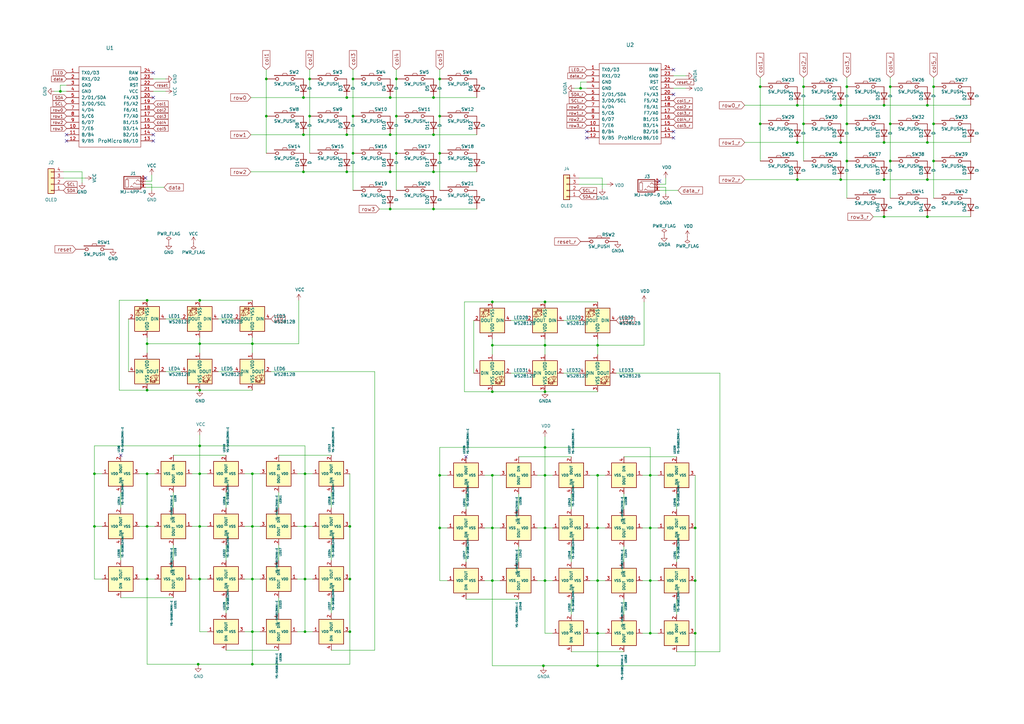
<source format=kicad_sch>
(kicad_sch (version 20230121) (generator eeschema)
  (paper "A3")
  (title_block (title "Corne Cherry") (date "2020-09-28") (rev "3.0.1") (company "foostan"))
  (junction (at 223.52 123.825))
  (junction (at 125.095 194.31))
  (junction (at 81.915 182.88))
  (junction (at 24.765 37.465))
  (junction (at 144.78 62.865))
  (junction (at 327.025 58.42))
  (junction (at 380.365 88.9))
  (junction (at 266.7 194.945))
  (junction (at 81.915 160.02))
  (junction (at 60.325 237.49))
  (junction (at 245.11 238.125))
  (junction (at 362.585 43.18))
  (junction (at 103.505 259.08))
  (junction (at 124.46 70.485))
  (junction (at 245.11 141.605))
  (junction (at 162.56 62.865))
  (junction (at 177.8 55.245))
  (junction (at 362.585 58.42))
  (junction (at 125.095 259.08))
  (junction (at 365.125 50.8))
  (junction (at 223.52 183.515))
  (junction (at 60.325 194.31))
  (junction (at 347.345 66.04))
  (junction (at 201.93 216.535))
  (junction (at 142.24 40.005))
  (junction (at 109.22 47.625))
  (junction (at 81.915 123.19))
  (junction (at 81.915 140.97))
  (junction (at 60.325 160.02))
  (junction (at 143.51 215.9))
  (junction (at 162.56 32.385))
  (junction (at 201.93 123.825))
  (junction (at 201.93 194.945))
  (junction (at 344.805 43.18))
  (junction (at 160.02 85.725))
  (junction (at 223.52 238.125))
  (junction (at 125.095 237.49))
  (junction (at 177.8 40.005))
  (junction (at 329.565 35.56))
  (junction (at 177.8 70.485))
  (junction (at 223.52 160.655))
  (junction (at 103.505 237.49))
  (junction (at 285.115 238.125))
  (junction (at 180.34 194.945))
  (junction (at 124.46 55.245))
  (junction (at 245.11 273.05))
  (junction (at 311.785 50.8))
  (junction (at 382.905 35.56))
  (junction (at 382.905 66.04))
  (junction (at 81.915 215.9))
  (junction (at 160.02 70.485))
  (junction (at 327.025 73.66))
  (junction (at 238.125 36.195))
  (junction (at 103.505 140.97))
  (junction (at 60.325 140.97))
  (junction (at 245.11 194.945))
  (junction (at 327.025 43.18))
  (junction (at 365.125 35.56))
  (junction (at 362.585 73.66))
  (junction (at 60.325 215.9))
  (junction (at 103.505 194.31))
  (junction (at 223.52 141.605))
  (junction (at 344.805 58.42))
  (junction (at 38.735 194.31))
  (junction (at 222.885 273.05))
  (junction (at 81.915 194.31))
  (junction (at 380.365 43.18))
  (junction (at 380.365 73.66))
  (junction (at 266.7 259.715))
  (junction (at 81.915 237.49))
  (junction (at 382.905 50.8))
  (junction (at 311.785 35.56))
  (junction (at 81.28 272.415))
  (junction (at 347.345 50.8))
  (junction (at 142.24 55.245))
  (junction (at 144.78 32.385))
  (junction (at 103.505 215.9))
  (junction (at 245.11 259.715))
  (junction (at 245.11 216.535))
  (junction (at 285.115 259.715))
  (junction (at 144.78 47.625))
  (junction (at 109.22 32.385))
  (junction (at 60.325 123.19))
  (junction (at 38.735 215.9))
  (junction (at 143.51 259.08))
  (junction (at 266.7 216.535))
  (junction (at 180.34 32.385))
  (junction (at 103.505 272.415))
  (junction (at 160.02 55.245))
  (junction (at 201.93 141.605))
  (junction (at 223.52 194.945))
  (junction (at 285.115 216.535))
  (junction (at 180.34 62.865))
  (junction (at 160.02 40.005))
  (junction (at 329.565 50.8))
  (junction (at 365.125 66.04))
  (junction (at 344.805 73.66))
  (junction (at 201.93 160.655))
  (junction (at 127 32.385))
  (junction (at 143.51 237.49))
  (junction (at 127 47.625))
  (junction (at 380.365 58.42))
  (junction (at 201.93 238.125))
  (junction (at 362.585 88.9))
  (junction (at 125.095 215.9))
  (junction (at 223.52 216.535))
  (junction (at 180.34 216.535))
  (junction (at 142.24 70.485))
  (junction (at 347.345 35.56))
  (junction (at 266.7 238.125))
  (junction (at 177.8 85.725))
  (junction (at 124.46 40.005))
  (junction (at 162.56 47.625))
  (junction (at 180.34 47.625))
  (no_connect (at 270.51 74.295))
  (no_connect (at 240.665 56.515))
  (no_connect (at 62.865 55.245))
  (no_connect (at 27.305 55.245))
  (no_connect (at 27.305 57.785))
  (no_connect (at 191.135 187.325))
  (no_connect (at 49.53 186.69))
  (no_connect (at 59.69 73.025))
  (no_connect (at 276.225 56.515))
  (no_connect (at 62.865 57.785))
  (no_connect (at 276.225 38.735))
  (no_connect (at 240.665 53.975))
  (no_connect (at 276.225 28.575))
  (no_connect (at 62.865 40.005))
  (no_connect (at 62.865 29.845))
  (no_connect (at 276.225 53.975))
  (wire (pts (xy 121.92 215.9) (xy 125.095 215.9)))
  (wire (pts (xy 38.735 215.9) (xy 41.91 215.9)))
  (wire (pts (xy 153.67 152.4) (xy 153.67 266.7)))
  (wire (pts (xy 57.15 194.31) (xy 60.325 194.31)))
  (wire (pts (xy 78.74 194.31) (xy 81.915 194.31)))
  (wire (pts (xy 240.665 33.655) (xy 238.125 33.655)))
  (wire (pts (xy 212.725 224.155) (xy 212.725 230.505)))
  (wire (pts (xy 223.52 194.945) (xy 223.52 183.515)))
  (wire (pts (xy 285.115 259.715) (xy 285.115 273.05)))
  (wire (pts (xy 143.51 237.49) (xy 143.51 259.08)))
  (wire (pts (xy 92.71 229.87) (xy 92.71 223.52)))
  (wire (pts (xy 180.34 62.865) (xy 180.34 78.105)))
  (wire (pts (xy 245.11 194.945) (xy 245.11 216.535)))
  (wire (pts (xy 59.69 75.565) (xy 62.23 75.565)))
  (wire (pts (xy 102.87 55.245) (xy 124.46 55.245)))
  (wire (pts (xy 201.93 238.125) (xy 205.105 238.125)))
  (wire (pts (xy 201.93 139.065) (xy 201.93 141.605)))
  (wire (pts (xy 60.325 194.31) (xy 60.325 215.9)))
  (wire (pts (xy 382.905 35.56) (xy 382.905 50.8)))
  (wire (pts (xy 223.52 183.515) (xy 180.34 183.515)))
  (wire (pts (xy 201.93 238.125) (xy 201.93 273.05)))
  (wire (pts (xy 365.125 50.8) (xy 365.125 66.04)))
  (wire (pts (xy 60.325 215.9) (xy 60.325 237.49)))
  (wire (pts (xy 248.285 259.715) (xy 245.11 259.715)))
  (wire (pts (xy 89.535 152.4) (xy 95.885 152.4)))
  (wire (pts (xy 255.905 202.565) (xy 255.905 208.915)))
  (wire (pts (xy 201.93 123.825) (xy 190.5 123.825)))
  (wire (pts (xy 144.78 28.575) (xy 144.78 32.385)))
  (wire (pts (xy 266.7 259.715) (xy 263.525 259.715)))
  (wire (pts (xy 238.125 33.655) (xy 238.125 36.195)))
  (wire (pts (xy 212.725 208.915) (xy 212.725 202.565)))
  (wire (pts (xy 62.23 74.295) (xy 62.23 71.755)))
  (wire (pts (xy 194.31 131.445) (xy 194.31 153.035)))
  (wire (pts (xy 24.765 37.465) (xy 27.305 37.465)))
  (wire (pts (xy 245.11 259.715) (xy 241.935 259.715)))
  (wire (pts (xy 201.93 216.535) (xy 205.105 216.535)))
  (wire (pts (xy 162.56 62.865) (xy 162.56 78.105)))
  (wire (pts (xy 62.23 75.565) (xy 62.23 78.105)))
  (wire (pts (xy 103.505 215.9) (xy 106.68 215.9)))
  (wire (pts (xy 223.52 179.07) (xy 223.52 183.515)))
  (wire (pts (xy 81.28 272.415) (xy 81.28 273.05)))
  (wire (pts (xy 81.915 194.31) (xy 81.915 182.88)))
  (wire (pts (xy 235.585 36.195) (xy 238.125 36.195)))
  (wire (pts (xy 60.325 140.97) (xy 60.325 144.78)))
  (wire (pts (xy 125.095 215.9) (xy 128.27 215.9)))
  (wire (pts (xy 33.655 74.93) (xy 33.655 70.485)))
  (wire (pts (xy 22.225 37.465) (xy 24.765 37.465)))
  (wire (pts (xy 327.025 43.18) (xy 344.805 43.18)))
  (wire (pts (xy 78.74 237.49) (xy 81.915 237.49)))
  (wire (pts (xy 327.025 73.66) (xy 344.805 73.66)))
  (wire (pts (xy 382.905 31.75) (xy 382.905 35.56)))
  (wire (pts (xy 143.51 272.415) (xy 103.505 272.415)))
  (wire (pts (xy 62.865 32.385) (xy 67.945 32.385)))
  (wire (pts (xy 102.87 40.005) (xy 124.46 40.005)))
  (wire (pts (xy 183.515 238.125) (xy 180.34 238.125)))
  (wire (pts (xy 180.34 238.125) (xy 180.34 216.535)))
  (wire (pts (xy 103.505 215.9) (xy 103.505 237.49)))
  (wire (pts (xy 155.575 85.725) (xy 160.02 85.725)))
  (wire (pts (xy 277.495 245.745) (xy 277.495 252.095)))
  (wire (pts (xy 100.33 237.49) (xy 103.505 237.49)))
  (wire (pts (xy 59.69 76.835) (xy 67.31 76.835)))
  (wire (pts (xy 48.895 123.19) (xy 48.895 160.02)))
  (wire (pts (xy 234.315 208.915) (xy 234.315 202.565)))
  (wire (pts (xy 135.89 245.11) (xy 135.89 251.46)))
  (wire (pts (xy 190.5 160.655) (xy 201.93 160.655)))
  (wire (pts (xy 223.52 216.535) (xy 226.695 216.535)))
  (wire (pts (xy 231.14 153.035) (xy 237.49 153.035)))
  (wire (pts (xy 311.785 50.8) (xy 311.785 66.04)))
  (wire (pts (xy 266.7 238.125) (xy 266.7 216.535)))
  (wire (pts (xy 60.325 138.43) (xy 60.325 140.97)))
  (wire (pts (xy 234.315 230.505) (xy 234.315 224.155)))
  (wire (pts (xy 295.275 153.035) (xy 295.275 267.335)))
  (wire (pts (xy 38.735 194.31) (xy 38.735 182.88)))
  (wire (pts (xy 81.915 123.19) (xy 60.325 123.19)))
  (wire (pts (xy 33.655 70.485) (xy 26.035 70.485)))
  (wire (pts (xy 212.725 245.745) (xy 191.135 245.745)))
  (wire (pts (xy 266.7 194.945) (xy 266.7 216.535)))
  (wire (pts (xy 248.285 194.945) (xy 245.11 194.945)))
  (wire (pts (xy 124.46 40.005) (xy 142.24 40.005)))
  (wire (pts (xy 127 28.575) (xy 127 32.385)))
  (wire (pts (xy 67.945 152.4) (xy 74.295 152.4)))
  (wire (pts (xy 60.325 237.49) (xy 63.5 237.49)))
  (wire (pts (xy 329.565 50.8) (xy 329.565 66.04)))
  (wire (pts (xy 223.52 160.655) (xy 245.11 160.655)))
  (wire (pts (xy 100.33 215.9) (xy 103.505 215.9)))
  (wire (pts (xy 222.885 273.05) (xy 245.11 273.05)))
  (wire (pts (xy 311.785 35.56) (xy 311.785 50.8)))
  (wire (pts (xy 124.46 70.485) (xy 142.24 70.485)))
  (wire (pts (xy 81.915 182.88) (xy 38.735 182.88)))
  (wire (pts (xy 63.5 194.31) (xy 60.325 194.31)))
  (wire (pts (xy 241.935 194.945) (xy 245.11 194.945)))
  (wire (pts (xy 135.89 201.93) (xy 135.89 208.28)))
  (wire (pts (xy 234.315 187.325) (xy 212.725 187.325)))
  (wire (pts (xy 52.705 130.81) (xy 52.705 152.4)))
  (wire (pts (xy 180.34 194.945) (xy 180.34 183.515)))
  (wire (pts (xy 245.11 238.125) (xy 245.11 259.715)))
  (wire (pts (xy 57.15 215.9) (xy 60.325 215.9)))
  (wire (pts (xy 245.11 259.715) (xy 245.11 273.05)))
  (wire (pts (xy 365.125 66.04) (xy 365.125 81.28)))
  (wire (pts (xy 24.765 34.925) (xy 24.765 37.465)))
  (wire (pts (xy 143.51 259.08) (xy 143.51 272.415)))
  (wire (pts (xy 270.51 75.565) (xy 273.05 75.565)))
  (wire (pts (xy 201.93 273.05) (xy 222.885 273.05)))
  (wire (pts (xy 266.7 194.945) (xy 263.525 194.945)))
  (wire (pts (xy 127 32.385) (xy 127 47.625)))
  (wire (pts (xy 238.125 36.195) (xy 240.665 36.195)))
  (wire (pts (xy 215.9 131.445) (xy 209.55 131.445)))
  (wire (pts (xy 125.095 259.08) (xy 125.095 237.49)))
  (wire (pts (xy 266.7 183.515) (xy 223.52 183.515)))
  (wire (pts (xy 125.095 194.31) (xy 121.92 194.31)))
  (wire (pts (xy 365.125 35.56) (xy 365.125 50.8)))
  (wire (pts (xy 177.8 70.485) (xy 195.58 70.485)))
  (wire (pts (xy 365.125 31.75) (xy 365.125 35.56)))
  (wire (pts (xy 142.24 70.485) (xy 160.02 70.485)))
  (wire (pts (xy 344.805 43.18) (xy 362.585 43.18)))
  (wire (pts (xy 247.015 73.025) (xy 247.015 77.47)))
  (wire (pts (xy 241.935 238.125) (xy 245.11 238.125)))
  (wire (pts (xy 162.56 28.575) (xy 162.56 32.385)))
  (wire (pts (xy 255.905 267.335) (xy 234.315 267.335)))
  (wire (pts (xy 305.435 73.66) (xy 327.025 73.66)))
  (wire (pts (xy 160.02 55.245) (xy 177.8 55.245)))
  (wire (pts (xy 344.805 73.66) (xy 362.585 73.66)))
  (wire (pts (xy 144.78 62.865) (xy 144.78 78.105)))
  (wire (pts (xy 245.11 216.535) (xy 248.285 216.535)))
  (wire (pts (xy 103.505 237.49) (xy 103.505 259.08)))
  (wire (pts (xy 327.025 58.42) (xy 344.805 58.42)))
  (wire (pts (xy 177.8 85.725) (xy 195.58 85.725)))
  (wire (pts (xy 60.325 140.97) (xy 81.915 140.97)))
  (wire (pts (xy 245.11 216.535) (xy 245.11 238.125)))
  (wire (pts (xy 223.52 123.825) (xy 201.93 123.825)))
  (wire (pts (xy 305.435 43.18) (xy 327.025 43.18)))
  (wire (pts (xy 38.735 194.31) (xy 41.91 194.31)))
  (wire (pts (xy 81.915 259.08) (xy 85.09 259.08)))
  (wire (pts (xy 180.34 216.535) (xy 180.34 194.945)))
  (wire (pts (xy 305.435 58.42) (xy 327.025 58.42)))
  (wire (pts (xy 347.345 50.8) (xy 347.345 66.04)))
  (wire (pts (xy 180.34 32.385) (xy 180.34 47.625)))
  (wire (pts (xy 109.22 32.385) (xy 109.22 47.625)))
  (wire (pts (xy 277.495 224.155) (xy 277.495 230.505)))
  (wire (pts (xy 241.935 216.535) (xy 245.11 216.535)))
  (wire (pts (xy 273.05 75.565) (xy 273.05 73.025)))
  (wire (pts (xy 347.345 66.04) (xy 347.345 81.28)))
  (wire (pts (xy 237.49 75.565) (xy 248.92 75.565)))
  (wire (pts (xy 160.02 70.485) (xy 177.8 70.485)))
  (wire (pts (xy 135.89 223.52) (xy 135.89 229.87)))
  (wire (pts (xy 128.27 259.08) (xy 125.095 259.08)))
  (wire (pts (xy 125.095 182.88) (xy 81.915 182.88)))
  (wire (pts (xy 124.46 55.245) (xy 142.24 55.245)))
  (wire (pts (xy 143.51 194.31) (xy 143.51 215.9)))
  (wire (pts (xy 205.105 194.945) (xy 201.93 194.945)))
  (wire (pts (xy 245.11 238.125) (xy 248.285 238.125)))
  (wire (pts (xy 125.095 237.49) (xy 128.27 237.49)))
  (wire (pts (xy 60.325 160.02) (xy 81.915 160.02)))
  (wire (pts (xy 74.295 130.81) (xy 67.945 130.81)))
  (wire (pts (xy 270.51 76.835) (xy 273.05 76.835)))
  (wire (pts (xy 180.34 28.575) (xy 180.34 32.385)))
  (wire (pts (xy 201.93 160.655) (xy 223.52 160.655)))
  (wire (pts (xy 180.34 216.535) (xy 183.515 216.535)))
  (wire (pts (xy 180.34 194.945) (xy 183.515 194.945)))
  (wire (pts (xy 57.15 237.49) (xy 60.325 237.49)))
  (wire (pts (xy 106.68 194.31) (xy 103.505 194.31)))
  (wire (pts (xy 223.52 238.125) (xy 223.52 259.715)))
  (wire (pts (xy 329.565 31.75) (xy 329.565 35.56)))
  (wire (pts (xy 103.505 140.97) (xy 122.555 140.97)))
  (wire (pts (xy 81.28 272.415) (xy 103.505 272.415)))
  (wire (pts (xy 121.92 237.49) (xy 125.095 237.49)))
  (wire (pts (xy 162.56 32.385) (xy 162.56 47.625)))
  (wire (pts (xy 245.11 123.825) (xy 223.52 123.825)))
  (wire (pts (xy 362.585 43.18) (xy 380.365 43.18)))
  (wire (pts (xy 114.3 245.11) (xy 114.3 251.46)))
  (wire (pts (xy 109.22 28.575) (xy 109.22 32.385)))
  (wire (pts (xy 106.68 259.08) (xy 103.505 259.08)))
  (wire (pts (xy 128.27 194.31) (xy 125.095 194.31)))
  (wire (pts (xy 103.505 237.49) (xy 106.68 237.49)))
  (wire (pts (xy 102.87 70.485) (xy 124.46 70.485)))
  (wire (pts (xy 295.275 267.335) (xy 277.495 267.335)))
  (wire (pts (xy 125.095 237.49) (xy 125.095 215.9)))
  (wire (pts (xy 222.885 273.05) (xy 222.885 273.685)))
  (wire (pts (xy 273.05 76.835) (xy 273.05 79.375)))
  (wire (pts (xy 60.325 215.9) (xy 63.5 215.9)))
  (wire (pts (xy 223.52 139.065) (xy 223.52 141.605)))
  (wire (pts (xy 220.345 238.125) (xy 223.52 238.125)))
  (wire (pts (xy 162.56 47.625) (xy 162.56 62.865)))
  (wire (pts (xy 81.915 237.49) (xy 81.915 259.08)))
  (wire (pts (xy 201.93 216.535) (xy 201.93 238.125)))
  (wire (pts (xy 78.74 215.9) (xy 81.915 215.9)))
  (wire (pts (xy 81.915 160.02) (xy 103.505 160.02)))
  (wire (pts (xy 285.115 273.05) (xy 245.11 273.05)))
  (wire (pts (xy 255.905 224.155) (xy 255.905 230.505)))
  (wire (pts (xy 266.7 216.535) (xy 269.875 216.535)))
  (wire (pts (xy 237.49 73.025) (xy 247.015 73.025)))
  (wire (pts (xy 81.915 237.49) (xy 85.09 237.49)))
  (wire (pts (xy 81.915 215.9) (xy 81.915 194.31)))
  (wire (pts (xy 26.035 73.025) (xy 34.925 73.025)))
  (wire (pts (xy 270.51 78.105) (xy 278.13 78.105)))
  (wire (pts (xy 362.585 58.42) (xy 380.365 58.42)))
  (wire (pts (xy 127 47.625) (xy 127 62.865)))
  (wire (pts (xy 60.325 237.49) (xy 60.325 272.415)))
  (wire (pts (xy 49.53 229.87) (xy 49.53 223.52)))
  (wire (pts (xy 245.11 139.065) (xy 245.11 141.605)))
  (wire (pts (xy 114.3 266.7) (xy 92.71 266.7)))
  (wire (pts (xy 329.565 35.56) (xy 329.565 50.8)))
  (wire (pts (xy 144.78 47.625) (xy 144.78 62.865)))
  (wire (pts (xy 81.915 138.43) (xy 81.915 140.97)))
  (wire (pts (xy 347.345 35.56) (xy 347.345 50.8)))
  (wire (pts (xy 114.3 223.52) (xy 114.3 229.87)))
  (wire (pts (xy 190.5 123.825) (xy 190.5 160.655)))
  (wire (pts (xy 223.52 141.605) (xy 245.11 141.605)))
  (wire (pts (xy 223.52 238.125) (xy 226.695 238.125)))
  (wire (pts (xy 81.915 215.9) (xy 85.09 215.9)))
  (wire (pts (xy 223.52 238.125) (xy 223.52 216.535)))
  (wire (pts (xy 92.71 208.28) (xy 92.71 201.93)))
  (wire (pts (xy 135.89 186.69) (xy 114.3 186.69)))
  (wire (pts (xy 191.135 230.505) (xy 191.135 224.155)))
  (wire (pts (xy 266.7 259.715) (xy 266.7 238.125)))
  (wire (pts (xy 103.505 259.08) (xy 103.505 272.415)))
  (wire (pts (xy 41.91 237.49) (xy 38.735 237.49)))
  (wire (pts (xy 201.93 194.945) (xy 201.93 216.535)))
  (wire (pts (xy 255.905 245.745) (xy 255.905 252.095)))
  (wire (pts (xy 245.11 141.605) (xy 264.16 141.605)))
  (wire (pts (xy 95.885 130.81) (xy 89.535 130.81)))
  (wire (pts (xy 177.8 55.245) (xy 195.58 55.245)))
  (wire (pts (xy 277.495 187.325) (xy 255.905 187.325)))
  (wire (pts (xy 122.555 140.97) (xy 122.555 123.19)))
  (wire (pts (xy 382.905 50.8) (xy 382.905 66.04)))
  (wire (pts (xy 380.365 58.42) (xy 398.145 58.42)))
  (wire (pts (xy 237.49 131.445) (xy 231.14 131.445)))
  (wire (pts (xy 191.135 208.915) (xy 191.135 202.565)))
  (wire (pts (xy 285.115 194.945) (xy 285.115 216.535)))
  (wire (pts (xy 60.325 123.19) (xy 48.895 123.19)))
  (wire (pts (xy 285.115 238.125) (xy 285.115 259.715)))
  (wire (pts (xy 277.495 202.565) (xy 277.495 208.915)))
  (wire (pts (xy 81.915 178.435) (xy 81.915 182.88)))
  (wire (pts (xy 81.915 237.49) (xy 81.915 215.9)))
  (wire (pts (xy 111.125 152.4) (xy 153.67 152.4)))
  (wire (pts (xy 160.02 85.725) (xy 177.8 85.725)))
  (wire (pts (xy 81.915 194.31) (xy 85.09 194.31)))
  (wire (pts (xy 209.55 153.035) (xy 215.9 153.035)))
  (wire (pts (xy 266.7 183.515) (xy 266.7 194.945)))
  (wire (pts (xy 60.325 272.415) (xy 81.28 272.415)))
  (wire (pts (xy 103.505 259.08) (xy 100.33 259.08)))
  (wire (pts (xy 27.305 34.925) (xy 24.765 34.925)))
  (wire (pts (xy 311.785 31.75) (xy 311.785 35.56)))
  (wire (pts (xy 38.735 215.9) (xy 38.735 194.31)))
  (wire (pts (xy 160.02 40.005) (xy 177.8 40.005)))
  (wire (pts (xy 103.505 123.19) (xy 81.915 123.19)))
  (wire (pts (xy 382.905 66.04) (xy 382.905 81.28)))
  (wire (pts (xy 362.585 73.66) (xy 380.365 73.66)))
  (wire (pts (xy 269.875 259.715) (xy 266.7 259.715)))
  (wire (pts (xy 263.525 216.535) (xy 266.7 216.535)))
  (wire (pts (xy 81.915 140.97) (xy 103.505 140.97)))
  (wire (pts (xy 276.225 36.195) (xy 281.305 36.195)))
  (wire (pts (xy 276.225 31.115) (xy 281.305 31.115)))
  (wire (pts (xy 62.865 37.465) (xy 67.945 37.465)))
  (wire (pts (xy 220.345 216.535) (xy 223.52 216.535)))
  (wire (pts (xy 142.24 55.245) (xy 160.02 55.245)))
  (wire (pts (xy 380.365 88.9) (xy 398.145 88.9)))
  (wire (pts (xy 125.095 194.31) (xy 125.095 215.9)))
  (wire (pts (xy 198.755 238.125) (xy 201.93 238.125)))
  (wire (pts (xy 59.69 74.295) (xy 62.23 74.295)))
  (wire (pts (xy 114.3 201.93) (xy 114.3 208.28)))
  (wire (pts (xy 142.24 40.005) (xy 160.02 40.005)))
  (wire (pts (xy 362.585 88.9) (xy 380.365 88.9)))
  (wire (pts (xy 223.52 141.605) (xy 223.52 145.415)))
  (wire (pts (xy 234.315 252.095) (xy 234.315 245.745)))
  (wire (pts (xy 263.525 238.125) (xy 266.7 238.125)))
  (wire (pts (xy 81.915 140.97) (xy 81.915 144.78)))
  (wire (pts (xy 48.895 160.02) (xy 60.325 160.02)))
  (wire (pts (xy 380.365 73.66) (xy 398.145 73.66)))
  (wire (pts (xy 223.52 259.715) (xy 226.695 259.715)))
  (wire (pts (xy 344.805 58.42) (xy 362.585 58.42)))
  (wire (pts (xy 100.33 194.31) (xy 103.505 194.31)))
  (wire (pts (xy 198.755 194.945) (xy 201.93 194.945)))
  (wire (pts (xy 264.16 141.605) (xy 264.16 123.825)))
  (wire (pts (xy 125.095 259.08) (xy 121.92 259.08)))
  (wire (pts (xy 358.14 88.9) (xy 362.585 88.9)))
  (wire (pts (xy 38.735 237.49) (xy 38.735 215.9)))
  (wire (pts (xy 245.11 141.605) (xy 245.11 145.415)))
  (wire (pts (xy 49.53 208.28) (xy 49.53 201.93)))
  (wire (pts (xy 177.8 40.005) (xy 195.58 40.005)))
  (wire (pts (xy 92.71 186.69) (xy 71.12 186.69)))
  (wire (pts (xy 103.505 138.43) (xy 103.505 140.97)))
  (wire (pts (xy 103.505 140.97) (xy 103.505 144.78)))
  (wire (pts (xy 71.12 223.52) (xy 71.12 229.87)))
  (wire (pts (xy 285.115 216.535) (xy 285.115 238.125)))
  (wire (pts (xy 153.67 266.7) (xy 135.89 266.7)))
  (wire (pts (xy 92.71 251.46) (xy 92.71 245.11)))
  (wire (pts (xy 252.73 153.035) (xy 295.275 153.035)))
  (wire (pts (xy 201.93 141.605) (xy 223.52 141.605)))
  (wire (pts (xy 223.52 216.535) (xy 223.52 194.945)))
  (wire (pts (xy 266.7 238.125) (xy 269.875 238.125)))
  (wire (pts (xy 71.12 245.11) (xy 49.53 245.11)))
  (wire (pts (xy 144.78 32.385) (xy 144.78 47.625)))
  (wire (pts (xy 71.12 208.28) (xy 71.12 201.93)))
  (wire (pts (xy 103.505 194.31) (xy 103.505 215.9)))
  (wire (pts (xy 269.875 194.945) (xy 266.7 194.945)))
  (wire (pts (xy 220.345 194.945) (xy 223.52 194.945)))
  (wire (pts (xy 143.51 215.9) (xy 143.51 237.49)))
  (wire (pts (xy 180.34 47.625) (xy 180.34 62.865)))
  (wire (pts (xy 109.22 47.625) (xy 109.22 62.865)))
  (wire (pts (xy 223.52 194.945) (xy 226.695 194.945)))
  (wire (pts (xy 198.755 216.535) (xy 201.93 216.535)))
  (wire (pts (xy 347.345 31.75) (xy 347.345 35.56)))
  (wire (pts (xy 125.095 182.88) (xy 125.095 194.31)))
  (wire (pts (xy 201.93 141.605) (xy 201.93 145.415)))
  (wire (pts (xy 380.365 43.18) (xy 398.145 43.18)))
  (global_label "col2" (shape input) (at 62.865 45.085 0) (effects (font (size 1.1938 1.1938))) (property "Intersheetrefs" "${INTERSHEET_REFS}" (effects hide)))
  (global_label "col2_r" (shape input) (at 329.565 31.75 90) (effects (font (size 1.524 1.524))) (property "Intersheetrefs" "${INTERSHEET_REFS}" (effects hide)))
  (global_label "row2_r" (shape input) (at 240.665 48.895 180) (effects (font (size 1.1938 1.1938))) (property "Intersheetrefs" "${INTERSHEET_REFS}" (effects hide)))
  (global_label "col2" (shape input) (at 127 28.575 90) (effects (font (size 1.524 1.524))) (property "Intersheetrefs" "${INTERSHEET_REFS}" (effects hide)))
  (global_label "data" (shape input) (at 27.305 32.385 180) (effects (font (size 1.1938 1.1938))) (property "Intersheetrefs" "${INTERSHEET_REFS}" (effects hide)))
  (global_label "row2_r" (shape input) (at 305.435 73.66 180) (effects (font (size 1.524 1.524))) (property "Intersheetrefs" "${INTERSHEET_REFS}" (effects hide)))
  (global_label "col5" (shape input) (at 62.865 52.705 0) (effects (font (size 1.1938 1.1938))) (property "Intersheetrefs" "${INTERSHEET_REFS}" (effects hide)))
  (global_label "reset_r" (shape input) (at 276.225 33.655 0) (effects (font (size 1.1938 1.1938))) (property "Intersheetrefs" "${INTERSHEET_REFS}" (effects hide)))
  (global_label "col1" (shape input) (at 62.865 42.545 0) (effects (font (size 1.1938 1.1938))) (property "Intersheetrefs" "${INTERSHEET_REFS}" (effects hide)))
  (global_label "row3" (shape input) (at 155.575 85.725 180) (effects (font (size 1.524 1.524))) (property "Intersheetrefs" "${INTERSHEET_REFS}" (effects hide)))
  (global_label "col5" (shape input) (at 180.34 28.575 90) (effects (font (size 1.524 1.524))) (property "Intersheetrefs" "${INTERSHEET_REFS}" (effects hide)))
  (global_label "col4_r" (shape input) (at 276.225 48.895 0) (effects (font (size 1.1938 1.1938))) (property "Intersheetrefs" "${INTERSHEET_REFS}" (effects hide)))
  (global_label "SDA" (shape input) (at 26.035 78.105 0) (effects (font (size 1.1938 1.1938))) (property "Intersheetrefs" "${INTERSHEET_REFS}" (effects hide)))
  (global_label "row1" (shape input) (at 102.87 55.245 180) (effects (font (size 1.524 1.524))) (property "Intersheetrefs" "${INTERSHEET_REFS}" (effects hide)))
  (global_label "col2_r" (shape input) (at 276.225 43.815 0) (effects (font (size 1.1938 1.1938))) (property "Intersheetrefs" "${INTERSHEET_REFS}" (effects hide)))
  (global_label "row0_r" (shape input) (at 240.665 43.815 180) (effects (font (size 1.1938 1.1938))) (property "Intersheetrefs" "${INTERSHEET_REFS}" (effects hide)))
  (global_label "row1_r" (shape input) (at 240.665 46.355 180) (effects (font (size 1.1938 1.1938))) (property "Intersheetrefs" "${INTERSHEET_REFS}" (effects hide)))
  (global_label "SCL" (shape input) (at 27.305 42.545 180) (effects (font (size 1.1938 1.1938))) (property "Intersheetrefs" "${INTERSHEET_REFS}" (effects hide)))
  (global_label "reset" (shape input) (at 62.865 34.925 0) (effects (font (size 1.1938 1.1938))) (property "Intersheetrefs" "${INTERSHEET_REFS}" (effects hide)))
  (global_label "LED_r" (shape input) (at 240.665 28.575 180) (effects (font (size 1.1938 1.1938))) (property "Intersheetrefs" "${INTERSHEET_REFS}" (effects hide)))
  (global_label "col4_r" (shape input) (at 365.125 31.75 90) (effects (font (size 1.524 1.524))) (property "Intersheetrefs" "${INTERSHEET_REFS}" (effects hide)))
  (global_label "row2" (shape input) (at 27.305 50.165 180) (effects (font (size 1.1938 1.1938))) (property "Intersheetrefs" "${INTERSHEET_REFS}" (effects hide)))
  (global_label "col4" (shape input) (at 162.56 28.575 90) (effects (font (size 1.524 1.524))) (property "Intersheetrefs" "${INTERSHEET_REFS}" (effects hide)))
  (global_label "data_r" (shape input) (at 240.665 31.115 180) (effects (font (size 1.1938 1.1938))) (property "Intersheetrefs" "${INTERSHEET_REFS}" (effects hide)))
  (global_label "col1_r" (shape input) (at 311.785 31.75 90) (effects (font (size 1.524 1.524))) (property "Intersheetrefs" "${INTERSHEET_REFS}" (effects hide)))
  (global_label "data_r" (shape input) (at 278.13 78.105 0) (effects (font (size 1.524 1.524))) (property "Intersheetrefs" "${INTERSHEET_REFS}" (effects hide)))
  (global_label "col5_r" (shape input) (at 382.905 31.75 90) (effects (font (size 1.524 1.524))) (property "Intersheetrefs" "${INTERSHEET_REFS}" (effects hide)))
  (global_label "row0_r" (shape input) (at 305.435 43.18 180) (effects (font (size 1.524 1.524))) (property "Intersheetrefs" "${INTERSHEET_REFS}" (effects hide)))
  (global_label "col3_r" (shape input) (at 347.345 31.75 90) (effects (font (size 1.524 1.524))) (property "Intersheetrefs" "${INTERSHEET_REFS}" (effects hide)))
  (global_label "row3" (shape input) (at 27.305 52.705 180) (effects (font (size 1.1938 1.1938))) (property "Intersheetrefs" "${INTERSHEET_REFS}" (effects hide)))
  (global_label "LED" (shape input) (at 27.305 29.845 180) (effects (font (size 1.1938 1.1938))) (property "Intersheetrefs" "${INTERSHEET_REFS}" (effects hide)))
  (global_label "col1_r" (shape input) (at 276.225 41.275 0) (effects (font (size 1.1938 1.1938))) (property "Intersheetrefs" "${INTERSHEET_REFS}" (effects hide)))
  (global_label "col3" (shape input) (at 62.865 47.625 0) (effects (font (size 1.1938 1.1938))) (property "Intersheetrefs" "${INTERSHEET_REFS}" (effects hide)))
  (global_label "row1" (shape input) (at 27.305 47.625 180) (effects (font (size 1.1938 1.1938))) (property "Intersheetrefs" "${INTERSHEET_REFS}" (effects hide)))
  (global_label "data" (shape input) (at 67.31 76.835 0) (effects (font (size 1.524 1.524))) (property "Intersheetrefs" "${INTERSHEET_REFS}" (effects hide)))
  (global_label "row3_r" (shape input) (at 240.665 51.435 180) (effects (font (size 1.1938 1.1938))) (property "Intersheetrefs" "${INTERSHEET_REFS}" (effects hide)))
  (global_label "col3_r" (shape input) (at 276.225 46.355 0) (effects (font (size 1.1938 1.1938))) (property "Intersheetrefs" "${INTERSHEET_REFS}" (effects hide)))
  (global_label "SDA_r" (shape input) (at 240.665 38.735 180) (effects (font (size 1.1938 1.1938))) (property "Intersheetrefs" "${INTERSHEET_REFS}" (effects hide)))
  (global_label "LED_r" (shape input) (at 252.73 131.445 0) (property "Intersheetrefs" "${INTERSHEET_REFS}" (effects hide)))
  (global_label "row2" (shape input) (at 102.87 70.485 180) (effects (font (size 1.524 1.524))) (property "Intersheetrefs" "${INTERSHEET_REFS}" (effects hide)))
  (global_label "SCL_r" (shape input) (at 237.49 78.105 0) (effects (font (size 1.1938 1.1938))) (property "Intersheetrefs" "${INTERSHEET_REFS}" (effects hide)))
  (global_label "SCL_r" (shape input) (at 240.665 41.275 180) (effects (font (size 1.1938 1.1938))) (property "Intersheetrefs" "${INTERSHEET_REFS}" (effects hide)))
  (global_label "col3" (shape input) (at 144.78 28.575 90) (effects (font (size 1.524 1.524))) (property "Intersheetrefs" "${INTERSHEET_REFS}" (effects hide)))
  (global_label "reset_r" (shape input) (at 238.125 99.06 180) (effects (font (size 1.524 1.524))) (property "Intersheetrefs" "${INTERSHEET_REFS}" (effects hide)))
  (global_label "row3_r" (shape input) (at 358.14 88.9 180) (effects (font (size 1.524 1.524))) (property "Intersheetrefs" "${INTERSHEET_REFS}" (effects hide)))
  (global_label "SCL" (shape input) (at 26.035 75.565 0) (effects (font (size 1.1938 1.1938))) (property "Intersheetrefs" "${INTERSHEET_REFS}" (effects hide)))
  (global_label "row1_r" (shape input) (at 305.435 58.42 180) (effects (font (size 1.524 1.524))) (property "Intersheetrefs" "${INTERSHEET_REFS}" (effects hide)))
  (global_label "col5_r" (shape input) (at 276.225 51.435 0) (effects (font (size 1.1938 1.1938))) (property "Intersheetrefs" "${INTERSHEET_REFS}" (effects hide)))
  (global_label "SDA" (shape input) (at 27.305 40.005 180) (effects (font (size 1.1938 1.1938))) (property "Intersheetrefs" "${INTERSHEET_REFS}" (effects hide)))
  (global_label "reset" (shape input) (at 31.115 102.235 180) (effects (font (size 1.524 1.524))) (property "Intersheetrefs" "${INTERSHEET_REFS}" (effects hide)))
  (global_label "row0" (shape input) (at 102.87 40.005 180) (effects (font (size 1.524 1.524))) (property "Intersheetrefs" "${INTERSHEET_REFS}" (effects hide)))
  (global_label "col4" (shape input) (at 62.865 50.165 0) (effects (font (size 1.1938 1.1938))) (property "Intersheetrefs" "${INTERSHEET_REFS}" (effects hide)))
  (global_label "LED" (shape input) (at 111.125 130.81 0) (property "Intersheetrefs" "${INTERSHEET_REFS}" (effects hide)))
  (global_label "col1" (shape input) (at 109.22 28.575 90) (effects (font (size 1.524 1.524))) (property "Intersheetrefs" "${INTERSHEET_REFS}" (effects hide)))
  (global_label "SDA_r" (shape input) (at 237.49 80.645 0) (effects (font (size 1.1938 1.1938))) (property "Intersheetrefs" "${INTERSHEET_REFS}" (effects hide)))
  (global_label "row0" (shape input) (at 27.305 45.085 180) (effects (font (size 1.1938 1.1938))) (property "Intersheetrefs" "${INTERSHEET_REFS}" (effects hide)))
  (symbol (lib_id "kbd:ProMicro") (at 45.085 43.815 0) (unit 1)
    (property "Reference" "U1" (at 45.085 19.685 0) (effects (font (size 1.524 1.524))))
    (property "Value" "ProMicro" (at 45.085 57.785 0) (effects (font (size 1.524 1.524))))
    (property "Footprint" "kbd:ProMicro_v3" (effects hide))
  )
  (symbol (lib_id "kbd:SW_PUSH") (at 116.84 32.385 0) (unit 1)
    (property "Reference" "SW2" (at 120.65 29.591 0))
    (property "Value" "SW_PUSH" (at 116.84 34.417 0))
    (property "Footprint" "kbd:CherryMX_Hotswap" (effects hide))
  )
  (symbol (lib_id "Device:D") (at 124.46 36.195 90) (unit 1)
    (property "Reference" "D2" (at 121.92 36.195 0))
    (property "Value" "D" (at 127 36.195 0))
    (property "Footprint" "kbd:D3_SMD_v2" (effects hide))
  )
  (symbol (lib_id "kbd:SW_PUSH") (at 134.62 32.385 0) (unit 1)
    (property "Reference" "SW3" (at 138.43 29.591 0))
    (property "Value" "SW_PUSH" (at 134.62 34.417 0))
    (property "Footprint" "kbd:CherryMX_Hotswap" (effects hide))
  )
  (symbol (lib_id "Device:D") (at 142.24 36.195 90) (unit 1)
    (property "Reference" "D3" (at 139.7 36.195 0))
    (property "Value" "D" (at 144.78 36.195 0))
    (property "Footprint" "kbd:D3_SMD_v2" (effects hide))
  )
  (symbol (lib_id "kbd:SW_PUSH") (at 152.4 32.385 0) (unit 1)
    (property "Reference" "SW4" (at 156.21 29.591 0))
    (property "Value" "SW_PUSH" (at 152.4 34.417 0))
    (property "Footprint" "kbd:CherryMX_Hotswap" (effects hide))
  )
  (symbol (lib_id "kbd:SW_PUSH") (at 170.18 32.385 0) (unit 1)
    (property "Reference" "SW5" (at 173.99 29.591 0))
    (property "Value" "SW_PUSH" (at 170.18 34.417 0))
    (property "Footprint" "kbd:CherryMX_Hotswap" (effects hide))
  )
  (symbol (lib_id "kbd:SW_PUSH") (at 187.96 32.385 0) (unit 1)
    (property "Reference" "SW6" (at 191.77 29.591 0))
    (property "Value" "SW_PUSH" (at 187.96 34.417 0))
    (property "Footprint" "kbd:CherryMX_Hotswap" (effects hide))
  )
  (symbol (lib_id "Device:D") (at 160.02 36.195 90) (unit 1)
    (property "Reference" "D4" (at 157.48 36.195 0))
    (property "Value" "D" (at 162.56 36.195 0))
    (property "Footprint" "kbd:D3_SMD_v2" (effects hide))
  )
  (symbol (lib_id "Device:D") (at 177.8 36.195 90) (unit 1)
    (property "Reference" "D5" (at 175.26 36.195 0))
    (property "Value" "D" (at 180.34 36.195 0))
    (property "Footprint" "kbd:D3_SMD_v2" (effects hide))
  )
  (symbol (lib_id "Device:D") (at 195.58 36.195 90) (unit 1)
    (property "Reference" "D6" (at 193.04 36.195 0))
    (property "Value" "D" (at 198.12 36.195 0))
    (property "Footprint" "kbd:D3_SMD_v2" (effects hide))
  )
  (symbol (lib_id "kbd:SW_PUSH") (at 116.84 47.625 0) (unit 1)
    (property "Reference" "SW8" (at 120.65 44.831 0))
    (property "Value" "SW_PUSH" (at 116.84 49.657 0))
    (property "Footprint" "kbd:CherryMX_Hotswap" (effects hide))
  )
  (symbol (lib_id "Device:D") (at 124.46 51.435 90) (unit 1)
    (property "Reference" "D8" (at 121.92 51.435 0))
    (property "Value" "D" (at 127 51.435 0))
    (property "Footprint" "kbd:D3_SMD_v2" (effects hide))
  )
  (symbol (lib_id "kbd:SW_PUSH") (at 134.62 47.625 0) (unit 1)
    (property "Reference" "SW9" (at 138.43 44.831 0))
    (property "Value" "SW_PUSH" (at 134.62 49.657 0))
    (property "Footprint" "kbd:CherryMX_Hotswap" (effects hide))
  )
  (symbol (lib_id "Device:D") (at 142.24 51.435 90) (unit 1)
    (property "Reference" "D9" (at 139.7 51.435 0))
    (property "Value" "D" (at 144.78 51.435 0))
    (property "Footprint" "kbd:D3_SMD_v2" (effects hide))
  )
  (symbol (lib_id "kbd:SW_PUSH") (at 152.4 47.625 0) (unit 1)
    (property "Reference" "SW10" (at 156.21 44.831 0))
    (property "Value" "SW_PUSH" (at 152.4 49.657 0))
    (property "Footprint" "kbd:CherryMX_Hotswap" (effects hide))
  )
  (symbol (lib_id "kbd:SW_PUSH") (at 170.18 47.625 0) (unit 1)
    (property "Reference" "SW11" (at 173.99 44.831 0))
    (property "Value" "SW_PUSH" (at 170.18 49.657 0))
    (property "Footprint" "kbd:CherryMX_Hotswap" (effects hide))
  )
  (symbol (lib_id "kbd:SW_PUSH") (at 187.96 47.625 0) (unit 1)
    (property "Reference" "SW12" (at 191.77 44.831 0))
    (property "Value" "SW_PUSH" (at 187.96 49.657 0))
    (property "Footprint" "kbd:CherryMX_Hotswap" (effects hide))
  )
  (symbol (lib_id "Device:D") (at 160.02 51.435 90) (unit 1)
    (property "Reference" "D10" (at 157.48 51.435 0))
    (property "Value" "D" (at 162.56 51.435 0))
    (property "Footprint" "kbd:D3_SMD_v2" (effects hide))
  )
  (symbol (lib_id "Device:D") (at 177.8 51.435 90) (unit 1)
    (property "Reference" "D11" (at 175.26 51.435 0))
    (property "Value" "D" (at 180.34 51.435 0))
    (property "Footprint" "kbd:D3_SMD_v2" (effects hide))
  )
  (symbol (lib_id "Device:D") (at 195.58 51.435 90) (unit 1)
    (property "Reference" "D12" (at 193.04 51.435 0))
    (property "Value" "D" (at 198.12 51.435 0))
    (property "Footprint" "kbd:D3_SMD_v2" (effects hide))
  )
  (symbol (lib_id "kbd:SW_PUSH") (at 116.84 62.865 0) (unit 1)
    (property "Reference" "SW14" (at 120.65 60.071 0))
    (property "Value" "SW_PUSH" (at 116.84 64.897 0))
    (property "Footprint" "kbd:CherryMX_Hotswap" (effects hide))
  )
  (symbol (lib_id "Device:D") (at 124.46 66.675 90) (unit 1)
    (property "Reference" "D14" (at 121.92 66.675 0))
    (property "Value" "D" (at 127 66.675 0))
    (property "Footprint" "kbd:D3_SMD_v2" (effects hide))
  )
  (symbol (lib_id "kbd:SW_PUSH") (at 134.62 62.865 0) (unit 1)
    (property "Reference" "SW15" (at 138.43 60.071 0))
    (property "Value" "SW_PUSH" (at 134.62 64.897 0))
    (property "Footprint" "kbd:CherryMX_Hotswap" (effects hide))
  )
  (symbol (lib_id "Device:D") (at 142.24 66.675 90) (unit 1)
    (property "Reference" "D15" (at 139.7 66.675 0))
    (property "Value" "D" (at 144.78 66.675 0))
    (property "Footprint" "kbd:D3_SMD_v2" (effects hide))
  )
  (symbol (lib_id "kbd:SW_PUSH") (at 152.4 62.865 0) (unit 1)
    (property "Reference" "SW16" (at 156.21 60.071 0))
    (property "Value" "SW_PUSH" (at 152.4 64.897 0))
    (property "Footprint" "kbd:CherryMX_Hotswap" (effects hide))
  )
  (symbol (lib_id "kbd:SW_PUSH") (at 170.18 62.865 0) (unit 1)
    (property "Reference" "SW17" (at 173.99 60.071 0))
    (property "Value" "SW_PUSH" (at 170.18 64.897 0))
    (property "Footprint" "kbd:CherryMX_Hotswap" (effects hide))
  )
  (symbol (lib_id "kbd:SW_PUSH") (at 187.96 62.865 0) (unit 1)
    (property "Reference" "SW18" (at 191.77 60.071 0))
    (property "Value" "SW_PUSH" (at 187.96 64.897 0))
    (property "Footprint" "kbd:CherryMX_Hotswap" (effects hide))
  )
  (symbol (lib_id "Device:D") (at 160.02 66.675 90) (unit 1)
    (property "Reference" "D16" (at 157.48 66.675 0))
    (property "Value" "D" (at 162.56 66.675 0))
    (property "Footprint" "kbd:D3_SMD_v2" (effects hide))
  )
  (symbol (lib_id "Device:D") (at 177.8 66.675 90) (unit 1)
    (property "Reference" "D17" (at 175.26 66.675 0))
    (property "Value" "D" (at 180.34 66.675 0))
    (property "Footprint" "kbd:D3_SMD_v2" (effects hide))
  )
  (symbol (lib_id "Device:D") (at 195.58 66.675 90) (unit 1)
    (property "Reference" "D18" (at 193.04 66.675 0))
    (property "Value" "D" (at 198.12 66.675 0))
    (property "Footprint" "kbd:D3_SMD_v2" (effects hide))
  )
  (symbol (lib_id "kbd:SW_PUSH") (at 170.18 78.105 0) (unit 1)
    (property "Reference" "SW20" (at 173.99 75.311 0))
    (property "Value" "SW_PUSH" (at 170.18 80.137 0))
    (property "Footprint" "kbd:CherryMX_Hotswap" (effects hide))
  )
  (symbol (lib_id "Device:D") (at 177.8 81.915 90) (unit 1)
    (property "Reference" "D20" (at 175.26 81.915 0))
    (property "Value" "D" (at 180.34 81.915 0))
    (property "Footprint" "kbd:D3_SMD_v2" (effects hide))
  )
  (symbol (lib_id "kbd:SW_PUSH") (at 187.96 78.105 0) (unit 1)
    (property "Reference" "SW21" (at 191.77 75.311 0))
    (property "Value" "SW_PUSH" (at 187.96 80.137 0))
    (property "Footprint" "kbd:CherryMX_Hotswap_1.5u" (effects hide))
  )
  (symbol (lib_id "Device:D") (at 195.58 81.915 90) (unit 1)
    (property "Reference" "D21" (at 193.04 81.915 0))
    (property "Value" "D" (at 198.12 81.915 0))
    (property "Footprint" "kbd:D3_SMD_v2" (effects hide))
  )
  (symbol (lib_id "kbd:SW_PUSH") (at 152.4 78.105 0) (unit 1)
    (property "Reference" "SW19" (at 156.21 75.311 0))
    (property "Value" "SW_PUSH" (at 152.4 80.137 0))
    (property "Footprint" "kbd:CherryMX_Hotswap" (effects hide))
  )
  (symbol (lib_id "Device:D") (at 160.02 81.915 90) (unit 1)
    (property "Reference" "D19" (at 157.48 81.915 0))
    (property "Value" "D" (at 162.56 81.915 0))
    (property "Footprint" "kbd:D3_SMD_v2" (effects hide))
  )
  (symbol (lib_id "power:GND") (at 67.945 32.385 90) (unit 1)
    (property "Reference" "#PWR07" (effects hide))
    (property "Value" "GND" (at 71.755 32.385 0))
  )
  (symbol (lib_id "power:VCC") (at 67.945 37.465 270) (unit 1)
    (property "Reference" "#PWR09" (effects hide))
    (property "Value" "VCC" (at 71.755 37.465 0))
  )
  (symbol (lib_id "power:GND") (at 22.225 37.465 270) (unit 1)
    (property "Reference" "#PWR08" (effects hide))
    (property "Value" "GND" (at 18.415 37.465 0))
  )
  (symbol (lib_id "power:GND") (at 69.215 99.695 0) (unit 1)
    (property "Reference" "#PWR04" (effects hide))
    (property "Value" "GND" (at 69.215 103.505 0))
  )
  (symbol (lib_id "power:VCC") (at 79.375 99.695 0) (unit 1)
    (property "Reference" "#PWR05" (effects hide))
    (property "Value" "VCC" (at 79.375 95.885 0))
  )
  (symbol (lib_id "power:PWR_FLAG") (at 79.375 99.695 180) (unit 1)
    (property "Reference" "#FLG02" (effects hide))
    (property "Value" "PWR_FLAG" (at 79.375 103.505 0))
  )
  (symbol (lib_id "power:PWR_FLAG") (at 69.215 99.695 0) (unit 1)
    (property "Reference" "#FLG01" (effects hide))
    (property "Value" "PWR_FLAG" (at 69.215 95.885 0))
  )
  (symbol (lib_id "kbd:SW_PUSH") (at 38.735 102.235 0) (unit 1)
    (property "Reference" "RSW1" (at 42.545 99.441 0))
    (property "Value" "SW_PUSH" (at 38.735 104.267 0))
    (property "Footprint" "kbd:ResetSW_1side" (effects hide))
  )
  (symbol (lib_id "power:GND") (at 46.355 102.235 0) (unit 1)
    (property "Reference" "#PWR06" (effects hide))
    (property "Value" "GND" (at 46.355 106.045 0))
  )
  (symbol (lib_id "power:VCC") (at 62.23 71.755 0) (unit 1)
    (property "Reference" "#PWR010" (effects hide))
    (property "Value" "VCC" (at 62.23 67.945 0))
  )
  (symbol (lib_id "power:GND") (at 62.23 78.105 0) (unit 1)
    (property "Reference" "#PWR011" (effects hide))
    (property "Value" "GND" (at 62.23 81.915 0))
  )
  (symbol (lib_id "Connector_Generic:Conn_01x04") (at 20.955 75.565 180) (unit 1)
    (property "Reference" "J2" (at 20.955 66.675 0))
    (property "Value" "OLED" (at 20.955 81.915 0))
    (property "Footprint" "kbd:OLED_1side" (effects hide))
  )
  (symbol (lib_id "power:GND") (at 33.655 74.93 0) (unit 1)
    (property "Reference" "#PWR013" (effects hide))
    (property "Value" "GND" (at 33.655 78.74 0))
  )
  (symbol (lib_id "power:VCC") (at 34.925 73.025 270) (unit 1)
    (property "Reference" "#PWR012" (effects hide))
    (property "Value" "VCC" (at 38.735 73.025 0))
  )
  (symbol (lib_id "kbd:MJ-4PP-9") (at 54.61 74.93 0) (unit 1)
    (property "Reference" "J1" (at 54.61 71.12 0))
    (property "Value" "MJ-4PP-9" (at 54.61 78.74 0))
    (property "Footprint" "kbd:MJ-4PP-9_1side" (effects hide))
  )
  (symbol (lib_id "kbd:ProMicro") (at 258.445 42.545 0) (unit 1)
    (property "Reference" "U2" (at 258.445 18.415 0) (effects (font (size 1.524 1.524))))
    (property "Value" "ProMicro" (at 258.445 56.515 0) (effects (font (size 1.524 1.524))))
    (property "Footprint" "kbd:ProMicro_v3" (effects hide))
  )
  (symbol (lib_id "kbd:SW_PUSH") (at 319.405 35.56 0) (unit 1)
    (property "Reference" "SW23" (at 323.215 32.766 0))
    (property "Value" "SW_PUSH" (at 319.405 37.592 0))
    (property "Footprint" "kbd:CherryMX_Hotswap" (effects hide))
  )
  (symbol (lib_id "Device:D") (at 327.025 39.37 90) (unit 1)
    (property "Reference" "D23" (at 324.485 39.37 0))
    (property "Value" "D" (at 329.565 39.37 0))
    (property "Footprint" "kbd:D3_SMD_v2" (effects hide))
  )
  (symbol (lib_id "kbd:SW_PUSH") (at 337.185 35.56 0) (unit 1)
    (property "Reference" "SW24" (at 340.995 32.766 0))
    (property "Value" "SW_PUSH" (at 337.185 37.592 0))
    (property "Footprint" "kbd:CherryMX_Hotswap" (effects hide))
  )
  (symbol (lib_id "Device:D") (at 344.805 39.37 90) (unit 1)
    (property "Reference" "D24" (at 342.265 39.37 0))
    (property "Value" "D" (at 347.345 39.37 0))
    (property "Footprint" "kbd:D3_SMD_v2" (effects hide))
  )
  (symbol (lib_id "kbd:SW_PUSH") (at 354.965 35.56 0) (unit 1)
    (property "Reference" "SW25" (at 358.775 32.766 0))
    (property "Value" "SW_PUSH" (at 354.965 37.592 0))
    (property "Footprint" "kbd:CherryMX_Hotswap" (effects hide))
  )
  (symbol (lib_id "kbd:SW_PUSH") (at 372.745 35.56 0) (unit 1)
    (property "Reference" "SW26" (at 376.555 32.766 0))
    (property "Value" "SW_PUSH" (at 372.745 37.592 0))
    (property "Footprint" "kbd:CherryMX_Hotswap" (effects hide))
  )
  (symbol (lib_id "kbd:SW_PUSH") (at 390.525 35.56 0) (unit 1)
    (property "Reference" "SW27" (at 394.335 32.766 0))
    (property "Value" "SW_PUSH" (at 390.525 37.592 0))
    (property "Footprint" "kbd:CherryMX_Hotswap" (effects hide))
  )
  (symbol (lib_id "Device:D") (at 362.585 39.37 90) (unit 1)
    (property "Reference" "D25" (at 360.045 39.37 0))
    (property "Value" "D" (at 365.125 39.37 0))
    (property "Footprint" "kbd:D3_SMD_v2" (effects hide))
  )
  (symbol (lib_id "Device:D") (at 380.365 39.37 90) (unit 1)
    (property "Reference" "D26" (at 377.825 39.37 0))
    (property "Value" "D" (at 382.905 39.37 0))
    (property "Footprint" "kbd:D3_SMD_v2" (effects hide))
  )
  (symbol (lib_id "Device:D") (at 398.145 39.37 90) (unit 1)
    (property "Reference" "D27" (at 395.605 39.37 0))
    (property "Value" "D" (at 400.685 39.37 0))
    (property "Footprint" "kbd:D3_SMD_v2" (effects hide))
  )
  (symbol (lib_id "kbd:SW_PUSH") (at 319.405 50.8 0) (unit 1)
    (property "Reference" "SW29" (at 323.215 48.006 0))
    (property "Value" "SW_PUSH" (at 319.405 52.832 0))
    (property "Footprint" "kbd:CherryMX_Hotswap" (effects hide))
  )
  (symbol (lib_id "Device:D") (at 327.025 54.61 90) (unit 1)
    (property "Reference" "D29" (at 324.485 54.61 0))
    (property "Value" "D" (at 329.565 54.61 0))
    (property "Footprint" "kbd:D3_SMD_v2" (effects hide))
  )
  (symbol (lib_id "kbd:SW_PUSH") (at 337.185 50.8 0) (unit 1)
    (property "Reference" "SW30" (at 340.995 48.006 0))
    (property "Value" "SW_PUSH" (at 337.185 52.832 0))
    (property "Footprint" "kbd:CherryMX_Hotswap" (effects hide))
  )
  (symbol (lib_id "Device:D") (at 344.805 54.61 90) (unit 1)
    (property "Reference" "D30" (at 342.265 54.61 0))
    (property "Value" "D" (at 347.345 54.61 0))
    (property "Footprint" "kbd:D3_SMD_v2" (effects hide))
  )
  (symbol (lib_id "kbd:SW_PUSH") (at 354.965 50.8 0) (unit 1)
    (property "Reference" "SW31" (at 358.775 48.006 0))
    (property "Value" "SW_PUSH" (at 354.965 52.832 0))
    (property "Footprint" "kbd:CherryMX_Hotswap" (effects hide))
  )
  (symbol (lib_id "kbd:SW_PUSH") (at 372.745 50.8 0) (unit 1)
    (property "Reference" "SW32" (at 376.555 48.006 0))
    (property "Value" "SW_PUSH" (at 372.745 52.832 0))
    (property "Footprint" "kbd:CherryMX_Hotswap" (effects hide))
  )
  (symbol (lib_id "kbd:SW_PUSH") (at 390.525 50.8 0) (unit 1)
    (property "Reference" "SW33" (at 394.335 48.006 0))
    (property "Value" "SW_PUSH" (at 390.525 52.832 0))
    (property "Footprint" "kbd:CherryMX_Hotswap" (effects hide))
  )
  (symbol (lib_id "Device:D") (at 362.585 54.61 90) (unit 1)
    (property "Reference" "D31" (at 360.045 54.61 0))
    (property "Value" "D" (at 365.125 54.61 0))
    (property "Footprint" "kbd:D3_SMD_v2" (effects hide))
  )
  (symbol (lib_id "Device:D") (at 380.365 54.61 90) (unit 1)
    (property "Reference" "D32" (at 377.825 54.61 0))
    (property "Value" "D" (at 382.905 54.61 0))
    (property "Footprint" "kbd:D3_SMD_v2" (effects hide))
  )
  (symbol (lib_id "Device:D") (at 398.145 54.61 90) (unit 1)
    (property "Reference" "D33" (at 395.605 54.61 0))
    (property "Value" "D" (at 400.685 54.61 0))
    (property "Footprint" "kbd:D3_SMD_v2" (effects hide))
  )
  (symbol (lib_id "kbd:SW_PUSH") (at 319.405 66.04 0) (unit 1)
    (property "Reference" "SW35" (at 323.215 63.246 0))
    (property "Value" "SW_PUSH" (at 319.405 68.072 0))
    (property "Footprint" "kbd:CherryMX_Hotswap" (effects hide))
  )
  (symbol (lib_id "Device:D") (at 327.025 69.85 90) (unit 1)
    (property "Reference" "D35" (at 324.485 69.85 0))
    (property "Value" "D" (at 329.565 69.85 0))
    (property "Footprint" "kbd:D3_SMD_v2" (effects hide))
  )
  (symbol (lib_id "kbd:SW_PUSH") (at 337.185 66.04 0) (unit 1)
    (property "Reference" "SW36" (at 340.995 63.246 0))
    (property "Value" "SW_PUSH" (at 337.185 68.072 0))
    (property "Footprint" "kbd:CherryMX_Hotswap" (effects hide))
  )
  (symbol (lib_id "Device:D") (at 344.805 69.85 90) (unit 1)
    (property "Reference" "D36" (at 342.265 69.85 0))
    (property "Value" "D" (at 347.345 69.85 0))
    (property "Footprint" "kbd:D3_SMD_v2" (effects hide))
  )
  (symbol (lib_id "kbd:SW_PUSH") (at 354.965 66.04 0) (unit 1)
    (property "Reference" "SW37" (at 358.775 63.246 0))
    (property "Value" "SW_PUSH" (at 354.965 68.072 0))
    (property "Footprint" "kbd:CherryMX_Hotswap" (effects hide))
  )
  (symbol (lib_id "kbd:SW_PUSH") (at 372.745 66.04 0) (unit 1)
    (property "Reference" "SW38" (at 376.555 63.246 0))
    (property "Value" "SW_PUSH" (at 372.745 68.072 0))
    (property "Footprint" "kbd:CherryMX_Hotswap" (effects hide))
  )
  (symbol (lib_id "kbd:SW_PUSH") (at 390.525 66.04 0) (unit 1)
    (property "Reference" "SW39" (at 394.335 63.246 0))
    (property "Value" "SW_PUSH" (at 390.525 68.072 0))
    (property "Footprint" "kbd:CherryMX_Hotswap" (effects hide))
  )
  (symbol (lib_id "Device:D") (at 362.585 69.85 90) (unit 1)
    (property "Reference" "D37" (at 360.045 69.85 0))
    (property "Value" "D" (at 365.125 69.85 0))
    (property "Footprint" "kbd:D3_SMD_v2" (effects hide))
  )
  (symbol (lib_id "Device:D") (at 380.365 69.85 90) (unit 1)
    (property "Reference" "D38" (at 377.825 69.85 0))
    (property "Value" "D" (at 382.905 69.85 0))
    (property "Footprint" "kbd:D3_SMD_v2" (effects hide))
  )
  (symbol (lib_id "Device:D") (at 398.145 69.85 90) (unit 1)
    (property "Reference" "D39" (at 395.605 69.85 0))
    (property "Value" "D" (at 400.685 69.85 0))
    (property "Footprint" "kbd:D3_SMD_v2" (effects hide))
  )
  (symbol (lib_id "kbd:SW_PUSH") (at 372.745 81.28 0) (unit 1)
    (property "Reference" "SW41" (at 376.555 78.486 0))
    (property "Value" "SW_PUSH" (at 372.745 83.312 0))
    (property "Footprint" "kbd:CherryMX_Hotswap" (effects hide))
  )
  (symbol (lib_id "Device:D") (at 380.365 85.09 90) (unit 1)
    (property "Reference" "D41" (at 377.825 85.09 0))
    (property "Value" "D" (at 382.905 85.09 0))
    (property "Footprint" "kbd:D3_SMD_v2" (effects hide))
  )
  (symbol (lib_id "kbd:SW_PUSH") (at 390.525 81.28 0) (unit 1)
    (property "Reference" "SW42" (at 394.335 78.486 0))
    (property "Value" "SW_PUSH" (at 390.525 83.312 0))
    (property "Footprint" "kbd:CherryMX_Hotswap_1.5u" (effects hide))
  )
  (symbol (lib_id "Device:D") (at 398.145 85.09 90) (unit 1)
    (property "Reference" "D42" (at 395.605 85.09 0))
    (property "Value" "D" (at 400.685 85.09 0))
    (property "Footprint" "kbd:D3_SMD_v2" (effects hide))
  )
  (symbol (lib_id "kbd:SW_PUSH") (at 354.965 81.28 0) (unit 1)
    (property "Reference" "SW40" (at 358.775 78.486 0))
    (property "Value" "SW_PUSH" (at 354.965 83.312 0))
    (property "Footprint" "kbd:CherryMX_Hotswap" (effects hide))
  )
  (symbol (lib_id "Device:D") (at 362.585 85.09 90) (unit 1)
    (property "Reference" "D40" (at 360.045 85.09 0))
    (property "Value" "D" (at 365.125 85.09 0))
    (property "Footprint" "kbd:D3_SMD_v2" (effects hide))
  )
  (symbol (lib_id "power:GNDA") (at 281.305 31.115 90) (unit 1)
    (property "Reference" "#PWR017" (effects hide))
    (property "Value" "GNDA" (at 285.115 31.115 0))
  )
  (symbol (lib_id "power:GNDA") (at 235.585 36.195 270) (unit 1)
    (property "Reference" "#PWR018" (effects hide))
    (property "Value" "GNDA" (at 231.775 36.195 0))
  )
  (symbol (lib_id "kbd:SW_PUSH") (at 245.745 99.06 0) (unit 1)
    (property "Reference" "RSW2" (at 249.555 96.266 0))
    (property "Value" "SW_PUSH" (at 245.745 101.092 0))
    (property "Footprint" "kbd:ResetSW_1side" (effects hide))
  )
  (symbol (lib_id "power:GNDA") (at 253.365 99.06 0) (unit 1)
    (property "Reference" "#PWR020" (effects hide))
    (property "Value" "GNDA" (at 253.365 102.87 0))
  )
  (symbol (lib_id "power:GNDA") (at 273.05 79.375 0) (unit 1)
    (property "Reference" "#PWR022" (effects hide))
    (property "Value" "GNDA" (at 273.05 83.185 0))
  )
  (symbol (lib_id "Connector_Generic:Conn_01x04") (at 232.41 78.105 180) (unit 1)
    (property "Reference" "J4" (at 232.41 69.215 0))
    (property "Value" "OLED" (at 232.41 84.455 0))
    (property "Footprint" "kbd:OLED_1side" (effects hide))
  )
  (symbol (lib_id "power:GNDA") (at 247.015 77.47 0) (unit 1)
    (property "Reference" "#PWR024" (effects hide))
    (property "Value" "GNDA" (at 247.015 81.28 0))
  )
  (symbol (lib_id "kbd:MJ-4PP-9") (at 265.43 76.2 0) (unit 1)
    (property "Reference" "J3" (at 265.43 72.39 0))
    (property "Value" "MJ-4PP-9" (at 265.43 80.01 0))
    (property "Footprint" "kbd:MJ-4PP-9_1side" (effects hide))
  )
  (symbol (lib_id "power:VDD") (at 281.305 36.195 270) (unit 1)
    (property "Reference" "#PWR019" (effects hide))
    (property "Value" "VDD" (at 284.5562 36.6268 90) (effects (justify left)))
  )
  (symbol (lib_id "power:VDD") (at 248.92 75.565 270) (unit 1)
    (property "Reference" "#PWR023" (effects hide))
    (property "Value" "VDD" (at 252.1712 75.9968 90) (effects (justify left)))
  )
  (symbol (lib_id "power:VDD") (at 273.05 73.025 0) (unit 1)
    (property "Reference" "#PWR021" (effects hide))
    (property "Value" "VDD" (at 273.4818 68.6308 0))
  )
  (symbol (lib_id "power:PWR_FLAG") (at 281.94 97.155 180) (unit 1)
    (property "Reference" "#FLG04" (effects hide))
    (property "Value" "PWR_FLAG" (at 281.94 100.965 0))
  )
  (symbol (lib_id "power:VDD") (at 281.94 97.155 0) (unit 1)
    (property "Reference" "#PWR016" (effects hide))
    (property "Value" "VDD" (at 282.3718 92.7608 0))
  )
  (symbol (lib_id "power:GNDA") (at 272.415 96.52 0) (unit 1)
    (property "Reference" "#PWR015" (effects hide))
    (property "Value" "GNDA" (at 272.415 100.33 0))
  )
  (symbol (lib_id "power:PWR_FLAG") (at 272.415 96.52 0) (unit 1)
    (property "Reference" "#FLG03" (effects hide))
    (property "Value" "PWR_FLAG" (at 272.415 92.71 0))
  )
  (symbol (lib_id "LED:WS2812B") (at 103.505 130.81 180) (unit 1)
    (property "Reference" "LED3" (at 112.2426 129.6416 0) (effects (justify right)))
    (property "Value" "WS2812B" (at 112.2426 131.953 0) (effects (justify right)))
    (property "Footprint" "LED_SMD:LED_WS2812B_PLCC4_5.0x5.0mm_P3.2mm" (effects hide))
    (property "Datasheet" "https://cdn-shop.adafruit.com/datasheets/WS2812B.pdf" (effects hide))
  )
  (symbol (lib_id "LED:WS2812B") (at 81.915 130.81 180) (unit 1)
    (property "Reference" "LED2" (at 90.6526 129.6416 0) (effects (justify right)))
    (property "Value" "WS2812B" (at 90.6526 131.953 0) (effects (justify right)))
    (property "Footprint" "LED_SMD:LED_WS2812B_PLCC4_5.0x5.0mm_P3.2mm" (effects hide))
    (property "Datasheet" "https://cdn-shop.adafruit.com/datasheets/WS2812B.pdf" (effects hide))
  )
  (symbol (lib_id "kbd:YS-SK6812MINI-E") (at 49.53 194.31 90) (unit 1)
    (property "Reference" "LED8" (at 48.768 185.5724 0) (effects (font (size 0.7366 0.7366)) (justify left)))
    (property "Value" "YS-SK6812MINI-E" (at 50.2666 185.5724 0) (effects (font (size 0.7366 0.7366)) (justify left)))
    (property "Footprint" "kbd:YS-SK6812MINI-E" (effects hide))
  )
  (symbol (lib_id "LED:WS2812B") (at 60.325 130.81 180) (unit 1)
    (property "Reference" "LED1" (at 69.0626 129.6416 0) (effects (justify right)))
    (property "Value" "WS2812B" (at 69.0626 131.953 0) (effects (justify right)))
    (property "Footprint" "LED_SMD:LED_WS2812B_PLCC4_5.0x5.0mm_P3.2mm" (effects hide))
    (property "Datasheet" "https://cdn-shop.adafruit.com/datasheets/WS2812B.pdf" (effects hide))
  )
  (symbol (lib_id "kbd:YS-SK6812MINI-E") (at 71.12 194.31 270) (unit 1)
    (property "Reference" "LED9" (at 71.882 203.0476 0) (effects (font (size 0.7366 0.7366)) (justify left)))
    (property "Value" "YS-SK6812MINI-E" (at 70.3834 203.0476 0) (effects (font (size 0.7366 0.7366)) (justify left)))
    (property "Footprint" "kbd:YS-SK6812MINI-E" (effects hide))
  )
  (symbol (lib_id "kbd:YS-SK6812MINI-E") (at 92.71 194.31 90) (unit 1)
    (property "Reference" "LED10" (at 91.948 185.5724 0) (effects (font (size 0.7366 0.7366)) (justify left)))
    (property "Value" "YS-SK6812MINI-E" (at 93.4466 185.5724 0) (effects (font (size 0.7366 0.7366)) (justify left)))
    (property "Footprint" "kbd:YS-SK6812MINI-E" (effects hide))
  )
  (symbol (lib_id "kbd:YS-SK6812MINI-E") (at 114.3 194.31 270) (unit 1)
    (property "Reference" "LED11" (at 115.062 203.0476 0) (effects (font (size 0.7366 0.7366)) (justify left)))
    (property "Value" "YS-SK6812MINI-E" (at 113.5634 203.0476 0) (effects (font (size 0.7366 0.7366)) (justify left)))
    (property "Footprint" "kbd:YS-SK6812MINI-E" (effects hide))
  )
  (symbol (lib_id "kbd:YS-SK6812MINI-E") (at 135.89 194.31 90) (unit 1)
    (property "Reference" "LED12" (at 135.128 185.5724 0) (effects (font (size 0.7366 0.7366)) (justify left)))
    (property "Value" "YS-SK6812MINI-E" (at 136.6266 185.5724 0) (effects (font (size 0.7366 0.7366)) (justify left)))
    (property "Footprint" "kbd:YS-SK6812MINI-E" (effects hide))
  )
  (symbol (lib_id "LED:WS2812B") (at 81.915 152.4 0) (unit 1)
    (property "Reference" "LED5" (at 90.6526 151.2316 0) (effects (justify left)))
    (property "Value" "WS2812B" (at 90.6526 153.543 0) (effects (justify left)))
    (property "Footprint" "LED_SMD:LED_WS2812B_PLCC4_5.0x5.0mm_P3.2mm" (effects hide))
    (property "Datasheet" "https://cdn-shop.adafruit.com/datasheets/WS2812B.pdf" (effects hide))
  )
  (symbol (lib_id "LED:WS2812B") (at 103.505 152.4 0) (unit 1)
    (property "Reference" "LED6" (at 112.2426 151.2316 0) (effects (justify left)))
    (property "Value" "WS2812B" (at 112.2426 153.543 0) (effects (justify left)))
    (property "Footprint" "LED_SMD:LED_WS2812B_PLCC4_5.0x5.0mm_P3.2mm" (effects hide))
    (property "Datasheet" "https://cdn-shop.adafruit.com/datasheets/WS2812B.pdf" (effects hide))
  )
  (symbol (lib_id "LED:WS2812B") (at 60.325 152.4 0) (unit 1)
    (property "Reference" "LED4" (at 69.0626 151.2316 0) (effects (justify left)))
    (property "Value" "WS2812B" (at 69.0626 153.543 0) (effects (justify left)))
    (property "Footprint" "LED_SMD:LED_WS2812B_PLCC4_5.0x5.0mm_P3.2mm" (effects hide))
    (property "Datasheet" "https://cdn-shop.adafruit.com/datasheets/WS2812B.pdf" (effects hide))
  )
  (symbol (lib_id "kbd:YS-SK6812MINI-E") (at 49.53 215.9 90) (unit 1)
    (property "Reference" "LED14" (at 48.768 207.1624 0) (effects (font (size 0.7366 0.7366)) (justify left)))
    (property "Value" "YS-SK6812MINI-E" (at 50.2666 207.1624 0) (effects (font (size 0.7366 0.7366)) (justify left)))
    (property "Footprint" "kbd:YS-SK6812MINI-E" (effects hide))
  )
  (symbol (lib_id "kbd:YS-SK6812MINI-E") (at 71.12 215.9 270) (unit 1)
    (property "Reference" "LED15" (at 71.882 224.6376 0) (effects (font (size 0.7366 0.7366)) (justify left)))
    (property "Value" "YS-SK6812MINI-E" (at 70.3834 224.6376 0) (effects (font (size 0.7366 0.7366)) (justify left)))
    (property "Footprint" "kbd:YS-SK6812MINI-E" (effects hide))
  )
  (symbol (lib_id "kbd:YS-SK6812MINI-E") (at 92.71 215.9 90) (unit 1)
    (property "Reference" "LED16" (at 91.948 207.1624 0) (effects (font (size 0.7366 0.7366)) (justify left)))
    (property "Value" "YS-SK6812MINI-E" (at 93.4466 207.1624 0) (effects (font (size 0.7366 0.7366)) (justify left)))
    (property "Footprint" "kbd:YS-SK6812MINI-E" (effects hide))
  )
  (symbol (lib_id "kbd:YS-SK6812MINI-E") (at 114.3 215.9 270) (unit 1)
    (property "Reference" "LED17" (at 115.062 224.6376 0) (effects (font (size 0.7366 0.7366)) (justify left)))
    (property "Value" "YS-SK6812MINI-E" (at 113.5634 224.6376 0) (effects (font (size 0.7366 0.7366)) (justify left)))
    (property "Footprint" "kbd:YS-SK6812MINI-E" (effects hide))
  )
  (symbol (lib_id "kbd:YS-SK6812MINI-E") (at 135.89 215.9 90) (unit 1)
    (property "Reference" "LED18" (at 135.128 207.1624 0) (effects (font (size 0.7366 0.7366)) (justify left)))
    (property "Value" "YS-SK6812MINI-E" (at 136.6266 207.1624 0) (effects (font (size 0.7366 0.7366)) (justify left)))
    (property "Footprint" "kbd:YS-SK6812MINI-E" (effects hide))
  )
  (symbol (lib_id "kbd:YS-SK6812MINI-E") (at 49.53 237.49 90) (unit 1)
    (property "Reference" "LED20" (at 48.768 228.7524 0) (effects (font (size 0.7366 0.7366)) (justify left)))
    (property "Value" "YS-SK6812MINI-E" (at 50.2666 228.7524 0) (effects (font (size 0.7366 0.7366)) (justify left)))
    (property "Footprint" "kbd:YS-SK6812MINI-E" (effects hide))
  )
  (symbol (lib_id "kbd:YS-SK6812MINI-E") (at 71.12 237.49 270) (unit 1)
    (property "Reference" "LED21" (at 71.882 246.2276 0) (effects (font (size 0.7366 0.7366)) (justify left)))
    (property "Value" "YS-SK6812MINI-E" (at 70.3834 246.2276 0) (effects (font (size 0.7366 0.7366)) (justify left)))
    (property "Footprint" "kbd:YS-SK6812MINI-E" (effects hide))
  )
  (symbol (lib_id "kbd:YS-SK6812MINI-E") (at 92.71 237.49 90) (unit 1)
    (property "Reference" "LED22" (at 91.948 228.7524 0) (effects (font (size 0.7366 0.7366)) (justify left)))
    (property "Value" "YS-SK6812MINI-E" (at 93.4466 228.7524 0) (effects (font (size 0.7366 0.7366)) (justify left)))
    (property "Footprint" "kbd:YS-SK6812MINI-E" (effects hide))
  )
  (symbol (lib_id "kbd:YS-SK6812MINI-E") (at 114.3 237.49 270) (unit 1)
    (property "Reference" "LED23" (at 115.062 246.2276 0) (effects (font (size 0.7366 0.7366)) (justify left)))
    (property "Value" "YS-SK6812MINI-E" (at 113.5634 246.2276 0) (effects (font (size 0.7366 0.7366)) (justify left)))
    (property "Footprint" "kbd:YS-SK6812MINI-E" (effects hide))
  )
  (symbol (lib_id "kbd:YS-SK6812MINI-E") (at 135.89 237.49 90) (unit 1)
    (property "Reference" "LED24" (at 135.128 228.7524 0) (effects (font (size 0.7366 0.7366)) (justify left)))
    (property "Value" "YS-SK6812MINI-E" (at 136.6266 228.7524 0) (effects (font (size 0.7366 0.7366)) (justify left)))
    (property "Footprint" "kbd:YS-SK6812MINI-E" (effects hide))
  )
  (symbol (lib_id "kbd:YS-SK6812MINI-E") (at 92.71 259.08 90) (unit 1)
    (property "Reference" "LED25" (at 91.948 250.3424 0) (effects (font (size 0.7366 0.7366)) (justify left)))
    (property "Value" "YS-SK6812MINI-E" (at 93.4466 250.3424 0) (effects (font (size 0.7366 0.7366)) (justify left)))
    (property "Footprint" "kbd:YS-SK6812MINI-E" (effects hide))
  )
  (symbol (lib_id "kbd:YS-SK6812MINI-E") (at 114.3 259.08 270) (unit 1)
    (property "Reference" "LED26" (at 115.062 267.8176 0) (effects (font (size 0.7366 0.7366)) (justify left)))
    (property "Value" "YS-SK6812MINI-E" (at 113.5634 267.8176 0) (effects (font (size 0.7366 0.7366)) (justify left)))
    (property "Footprint" "kbd:YS-SK6812MINI-E" (effects hide))
  )
  (symbol (lib_id "kbd:YS-SK6812MINI-E") (at 135.89 259.08 90) (unit 1)
    (property "Reference" "LED27" (at 135.128 250.3424 0) (effects (font (size 0.7366 0.7366)) (justify left)))
    (property "Value" "YS-SK6812MINI-E" (at 136.6266 250.3424 0) (effects (font (size 0.7366 0.7366)) (justify left)))
    (property "Footprint" "kbd:YS-SK6812MINI-E" (effects hide))
  )
  (symbol (lib_id "power:VCC") (at 81.915 178.435 0) (unit 1)
    (property "Reference" "#PWR03" (effects hide))
    (property "Value" "VCC" (at 82.3468 174.0408 0))
  )
  (symbol (lib_id "power:GND") (at 81.28 273.05 0) (unit 1)
    (property "Reference" "#PWR014" (effects hide))
    (property "Value" "GND" (at 81.407 277.4442 0))
  )
  (symbol (lib_id "power:GND") (at 81.915 160.02 0) (unit 1)
    (property "Reference" "#PWR02" (effects hide))
    (property "Value" "GND" (at 82.042 164.4142 0))
  )
  (symbol (lib_id "power:VCC") (at 122.555 123.19 0) (unit 1)
    (property "Reference" "#PWR01" (effects hide))
    (property "Value" "VCC" (at 122.9868 118.7958 0))
  )
  (symbol (lib_id "kbd:YS-SK6812MINI-E") (at 191.135 194.945 90) (unit 1)
    (property "Reference" "LED35" (at 190.373 186.2074 0) (effects (font (size 0.7366 0.7366)) (justify left)))
    (property "Value" "YS-SK6812MINI-E" (at 191.8716 186.2074 0) (effects (font (size 0.7366 0.7366)) (justify left)))
    (property "Footprint" "kbd:YS-SK6812MINI-E" (effects hide))
  )
  (symbol (lib_id "kbd:YS-SK6812MINI-E") (at 212.725 194.945 270) (unit 1)
    (property "Reference" "LED36" (at 213.487 203.6826 0) (effects (font (size 0.7366 0.7366)) (justify left)))
    (property "Value" "YS-SK6812MINI-E" (at 211.9884 203.6826 0) (effects (font (size 0.7366 0.7366)) (justify left)))
    (property "Footprint" "kbd:YS-SK6812MINI-E" (effects hide))
  )
  (symbol (lib_id "kbd:YS-SK6812MINI-E") (at 234.315 194.945 90) (unit 1)
    (property "Reference" "LED37" (at 233.553 186.2074 0) (effects (font (size 0.7366 0.7366)) (justify left)))
    (property "Value" "YS-SK6812MINI-E" (at 235.0516 186.2074 0) (effects (font (size 0.7366 0.7366)) (justify left)))
    (property "Footprint" "kbd:YS-SK6812MINI-E" (effects hide))
  )
  (symbol (lib_id "kbd:YS-SK6812MINI-E") (at 255.905 194.945 270) (unit 1)
    (property "Reference" "LED38" (at 256.667 203.6826 0) (effects (font (size 0.7366 0.7366)) (justify left)))
    (property "Value" "YS-SK6812MINI-E" (at 255.1684 203.6826 0) (effects (font (size 0.7366 0.7366)) (justify left)))
    (property "Footprint" "kbd:YS-SK6812MINI-E" (effects hide))
  )
  (symbol (lib_id "kbd:YS-SK6812MINI-E") (at 277.495 194.945 90) (unit 1)
    (property "Reference" "LED39" (at 276.733 186.2074 0) (effects (font (size 0.7366 0.7366)) (justify left)))
    (property "Value" "YS-SK6812MINI-E" (at 278.2316 186.2074 0) (effects (font (size 0.7366 0.7366)) (justify left)))
    (property "Footprint" "kbd:YS-SK6812MINI-E" (effects hide))
  )
  (symbol (lib_id "kbd:YS-SK6812MINI-E") (at 191.135 216.535 90) (unit 1)
    (property "Reference" "LED41" (at 190.373 207.7974 0) (effects (font (size 0.7366 0.7366)) (justify left)))
    (property "Value" "YS-SK6812MINI-E" (at 191.8716 207.7974 0) (effects (font (size 0.7366 0.7366)) (justify left)))
    (property "Footprint" "kbd:YS-SK6812MINI-E" (effects hide))
  )
  (symbol (lib_id "kbd:YS-SK6812MINI-E") (at 212.725 216.535 270) (unit 1)
    (property "Reference" "LED42" (at 213.487 225.2726 0) (effects (font (size 0.7366 0.7366)) (justify left)))
    (property "Value" "YS-SK6812MINI-E" (at 211.9884 225.2726 0) (effects (font (size 0.7366 0.7366)) (justify left)))
    (property "Footprint" "kbd:YS-SK6812MINI-E" (effects hide))
  )
  (symbol (lib_id "kbd:YS-SK6812MINI-E") (at 234.315 216.535 90) (unit 1)
    (property "Reference" "LED43" (at 233.553 207.7974 0) (effects (font (size 0.7366 0.7366)) (justify left)))
    (property "Value" "YS-SK6812MINI-E" (at 235.0516 207.7974 0) (effects (font (size 0.7366 0.7366)) (justify left)))
    (property "Footprint" "kbd:YS-SK6812MINI-E" (effects hide))
  )
  (symbol (lib_id "kbd:YS-SK6812MINI-E") (at 255.905 216.535 270) (unit 1)
    (property "Reference" "LED44" (at 256.667 225.2726 0) (effects (font (size 0.7366 0.7366)) (justify left)))
    (property "Value" "YS-SK6812MINI-E" (at 255.1684 225.2726 0) (effects (font (size 0.7366 0.7366)) (justify left)))
    (property "Footprint" "kbd:YS-SK6812MINI-E" (effects hide))
  )
  (symbol (lib_id "kbd:YS-SK6812MINI-E") (at 277.495 216.535 90) (unit 1)
    (property "Reference" "LED45" (at 276.733 207.7974 0) (effects (font (size 0.7366 0.7366)) (justify left)))
    (property "Value" "YS-SK6812MINI-E" (at 278.2316 207.7974 0) (effects (font (size 0.7366 0.7366)) (justify left)))
    (property "Footprint" "kbd:YS-SK6812MINI-E" (effects hide))
  )
  (symbol (lib_id "kbd:YS-SK6812MINI-E") (at 191.135 238.125 90) (unit 1)
    (property "Reference" "LED47" (at 190.373 229.3874 0) (effects (font (size 0.7366 0.7366)) (justify left)))
    (property "Value" "YS-SK6812MINI-E" (at 191.8716 229.3874 0) (effects (font (size 0.7366 0.7366)) (justify left)))
    (property "Footprint" "kbd:YS-SK6812MINI-E" (effects hide))
  )
  (symbol (lib_id "kbd:YS-SK6812MINI-E") (at 212.725 238.125 270) (unit 1)
    (property "Reference" "LED48" (at 213.487 246.8626 0) (effects (font (size 0.7366 0.7366)) (justify left)))
    (property "Value" "YS-SK6812MINI-E" (at 211.9884 246.8626 0) (effects (font (size 0.7366 0.7366)) (justify left)))
    (property "Footprint" "kbd:YS-SK6812MINI-E" (effects hide))
  )
  (symbol (lib_id "kbd:YS-SK6812MINI-E") (at 234.315 238.125 90) (unit 1)
    (property "Reference" "LED49" (at 233.553 229.3874 0) (effects (font (size 0.7366 0.7366)) (justify left)))
    (property "Value" "YS-SK6812MINI-E" (at 235.0516 229.3874 0) (effects (font (size 0.7366 0.7366)) (justify left)))
    (property "Footprint" "kbd:YS-SK6812MINI-E" (effects hide))
  )
  (symbol (lib_id "kbd:YS-SK6812MINI-E") (at 255.905 238.125 270) (unit 1)
    (property "Reference" "LED50" (at 256.667 246.8626 0) (effects (font (size 0.7366 0.7366)) (justify left)))
    (property "Value" "YS-SK6812MINI-E" (at 255.1684 246.8626 0) (effects (font (size 0.7366 0.7366)) (justify left)))
    (property "Footprint" "kbd:YS-SK6812MINI-E" (effects hide))
  )
  (symbol (lib_id "kbd:YS-SK6812MINI-E") (at 277.495 238.125 90) (unit 1)
    (property "Reference" "LED51" (at 276.733 229.3874 0) (effects (font (size 0.7366 0.7366)) (justify left)))
    (property "Value" "YS-SK6812MINI-E" (at 278.2316 229.3874 0) (effects (font (size 0.7366 0.7366)) (justify left)))
    (property "Footprint" "kbd:YS-SK6812MINI-E" (effects hide))
  )
  (symbol (lib_id "kbd:YS-SK6812MINI-E") (at 234.315 259.715 90) (unit 1)
    (property "Reference" "LED52" (at 233.553 250.9774 0) (effects (font (size 0.7366 0.7366)) (justify left)))
    (property "Value" "YS-SK6812MINI-E" (at 235.0516 250.9774 0) (effects (font (size 0.7366 0.7366)) (justify left)))
    (property "Footprint" "kbd:YS-SK6812MINI-E" (effects hide))
  )
  (symbol (lib_id "kbd:YS-SK6812MINI-E") (at 255.905 259.715 270) (unit 1)
    (property "Reference" "LED53" (at 256.667 268.4526 0) (effects (font (size 0.7366 0.7366)) (justify left)))
    (property "Value" "YS-SK6812MINI-E" (at 255.1684 268.4526 0) (effects (font (size 0.7366 0.7366)) (justify left)))
    (property "Footprint" "kbd:YS-SK6812MINI-E" (effects hide))
  )
  (symbol (lib_id "kbd:YS-SK6812MINI-E") (at 277.495 259.715 90) (unit 1)
    (property "Reference" "LED54" (at 276.733 250.9774 0) (effects (font (size 0.7366 0.7366)) (justify left)))
    (property "Value" "YS-SK6812MINI-E" (at 278.2316 250.9774 0) (effects (font (size 0.7366 0.7366)) (justify left)))
    (property "Footprint" "kbd:YS-SK6812MINI-E" (effects hide))
  )
  (symbol (lib_id "LED:WS2812B") (at 223.52 131.445 180) (unit 1)
    (property "Reference" "LED29" (at 232.2576 130.2766 0) (effects (justify right)))
    (property "Value" "WS2812B" (at 232.2576 132.588 0) (effects (justify right)))
    (property "Footprint" "LED_SMD:LED_WS2812B_PLCC4_5.0x5.0mm_P3.2mm" (effects hide))
    (property "Datasheet" "https://cdn-shop.adafruit.com/datasheets/WS2812B.pdf" (effects hide))
  )
  (symbol (lib_id "LED:WS2812B") (at 245.11 131.445 180) (unit 1)
    (property "Reference" "LED30" (at 253.8476 130.2766 0) (effects (justify right)))
    (property "Value" "WS2812B" (at 253.8476 132.588 0) (effects (justify right)))
    (property "Footprint" "LED_SMD:LED_WS2812B_PLCC4_5.0x5.0mm_P3.2mm" (effects hide))
    (property "Datasheet" "https://cdn-shop.adafruit.com/datasheets/WS2812B.pdf" (effects hide))
  )
  (symbol (lib_id "LED:WS2812B") (at 201.93 131.445 180) (unit 1)
    (property "Reference" "LED28" (at 210.6676 130.2766 0) (effects (justify right)))
    (property "Value" "WS2812B" (at 210.6676 132.588 0) (effects (justify right)))
    (property "Footprint" "LED_SMD:LED_WS2812B_PLCC4_5.0x5.0mm_P3.2mm" (effects hide))
    (property "Datasheet" "https://cdn-shop.adafruit.com/datasheets/WS2812B.pdf" (effects hide))
  )
  (symbol (lib_id "LED:WS2812B") (at 223.52 153.035 0) (unit 1)
    (property "Reference" "LED32" (at 232.2576 151.8666 0) (effects (justify left)))
    (property "Value" "WS2812B" (at 232.2576 154.178 0) (effects (justify left)))
    (property "Footprint" "LED_SMD:LED_WS2812B_PLCC4_5.0x5.0mm_P3.2mm" (effects hide))
    (property "Datasheet" "https://cdn-shop.adafruit.com/datasheets/WS2812B.pdf" (effects hide))
  )
  (symbol (lib_id "LED:WS2812B") (at 245.11 153.035 0) (unit 1)
    (property "Reference" "LED33" (at 253.8476 151.8666 0) (effects (justify left)))
    (property "Value" "WS2812B" (at 253.8476 154.178 0) (effects (justify left)))
    (property "Footprint" "LED_SMD:LED_WS2812B_PLCC4_5.0x5.0mm_P3.2mm" (effects hide))
    (property "Datasheet" "https://cdn-shop.adafruit.com/datasheets/WS2812B.pdf" (effects hide))
  )
  (symbol (lib_id "LED:WS2812B") (at 201.93 153.035 0) (unit 1)
    (property "Reference" "LED31" (at 210.6676 151.8666 0) (effects (justify left)))
    (property "Value" "WS2812B" (at 210.6676 154.178 0) (effects (justify left)))
    (property "Footprint" "LED_SMD:LED_WS2812B_PLCC4_5.0x5.0mm_P3.2mm" (effects hide))
    (property "Datasheet" "https://cdn-shop.adafruit.com/datasheets/WS2812B.pdf" (effects hide))
  )
  (symbol (lib_id "power:VDD") (at 264.16 123.825 0) (unit 1)
    (property "Reference" "#PWR025" (effects hide))
    (property "Value" "VDD" (at 264.5918 119.4308 0))
  )
  (symbol (lib_id "power:VDD") (at 223.52 179.07 0) (unit 1)
    (property "Reference" "#PWR027" (effects hide))
    (property "Value" "VDD" (at 223.9518 174.6758 0))
  )
  (symbol (lib_id "power:GNDA") (at 223.52 160.655 0) (unit 1)
    (property "Reference" "#PWR026" (effects hide))
    (property "Value" "GNDA" (at 223.52 164.465 0))
  )
  (symbol (lib_id "power:GNDA") (at 222.885 273.685 0) (unit 1)
    (property "Reference" "#PWR028" (effects hide))
    (property "Value" "GNDA" (at 222.885 277.495 0))
  )
)
</source>
